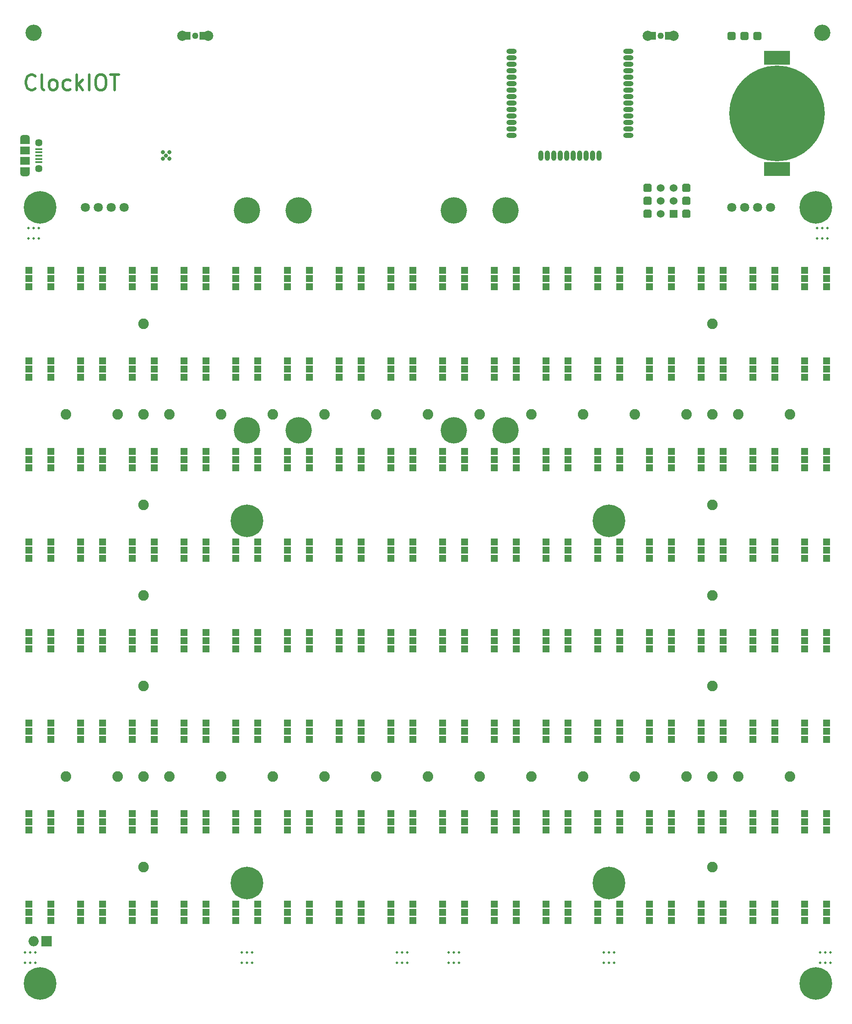
<source format=gts>
G04 #@! TF.GenerationSoftware,KiCad,Pcbnew,5.0.0-rc2-unknown-d03e92a~65~ubuntu16.04.1*
G04 #@! TF.CreationDate,2018-06-02T21:30:31+05:30*
G04 #@! TF.ProjectId,ClockIOT,436C6F636B494F542E6B696361645F70,rev 1*
G04 #@! TF.SameCoordinates,PX2fd7508PY2fd7508*
G04 #@! TF.FileFunction,Soldermask,Top*
G04 #@! TF.FilePolarity,Negative*
%FSLAX46Y46*%
G04 Gerber Fmt 4.6, Leading zero omitted, Abs format (unit mm)*
G04 Created by KiCad (PCBNEW 5.0.0-rc2-unknown-d03e92a~65~ubuntu16.04.1) date Sat Jun  2 21:30:31 2018*
%MOMM*%
%LPD*%
G01*
G04 APERTURE LIST*
%ADD10C,0.500000*%
%ADD11C,18.796000*%
%ADD12R,5.080000X2.794000*%
%ADD13C,2.000000*%
%ADD14R,1.300480X1.498600*%
%ADD15C,1.270000*%
%ADD16R,1.900000X1.500000*%
%ADD17C,1.450000*%
%ADD18R,1.350000X0.400000*%
%ADD19O,1.900000X1.200000*%
%ADD20R,1.900000X1.200000*%
%ADD21C,0.800000*%
%ADD22C,6.400000*%
%ADD23C,3.200000*%
%ADD24C,0.127000*%
%ADD25C,1.600000*%
%ADD26C,5.200000*%
%ADD27C,1.524000*%
%ADD28R,1.524000X1.524000*%
%ADD29C,1.800000*%
%ADD30O,1.000000X2.000000*%
%ADD31O,2.000000X1.000000*%
%ADD32C,0.508000*%
%ADD33R,2.000000X2.000000*%
%ADD34O,2.000000X2.000000*%
%ADD35R,1.400000X1.400000*%
%ADD36C,2.082800*%
G04 APERTURE END LIST*
D10*
X4192142Y-14156428D02*
X4049285Y-14299285D01*
X3620714Y-14442142D01*
X3335000Y-14442142D01*
X2906428Y-14299285D01*
X2620714Y-14013571D01*
X2477857Y-13727857D01*
X2335000Y-13156428D01*
X2335000Y-12727857D01*
X2477857Y-12156428D01*
X2620714Y-11870714D01*
X2906428Y-11585000D01*
X3335000Y-11442142D01*
X3620714Y-11442142D01*
X4049285Y-11585000D01*
X4192142Y-11727857D01*
X5906428Y-14442142D02*
X5620714Y-14299285D01*
X5477857Y-14013571D01*
X5477857Y-11442142D01*
X7477857Y-14442142D02*
X7192142Y-14299285D01*
X7049285Y-14156428D01*
X6906428Y-13870714D01*
X6906428Y-13013571D01*
X7049285Y-12727857D01*
X7192142Y-12585000D01*
X7477857Y-12442142D01*
X7906428Y-12442142D01*
X8192142Y-12585000D01*
X8335000Y-12727857D01*
X8477857Y-13013571D01*
X8477857Y-13870714D01*
X8335000Y-14156428D01*
X8192142Y-14299285D01*
X7906428Y-14442142D01*
X7477857Y-14442142D01*
X11049285Y-14299285D02*
X10763571Y-14442142D01*
X10192142Y-14442142D01*
X9906428Y-14299285D01*
X9763571Y-14156428D01*
X9620714Y-13870714D01*
X9620714Y-13013571D01*
X9763571Y-12727857D01*
X9906428Y-12585000D01*
X10192142Y-12442142D01*
X10763571Y-12442142D01*
X11049285Y-12585000D01*
X12335000Y-14442142D02*
X12335000Y-11442142D01*
X12620714Y-13299285D02*
X13477857Y-14442142D01*
X13477857Y-12442142D02*
X12335000Y-13585000D01*
X14763571Y-14442142D02*
X14763571Y-11442142D01*
X16763571Y-11442142D02*
X17335000Y-11442142D01*
X17620714Y-11585000D01*
X17906428Y-11870714D01*
X18049285Y-12442142D01*
X18049285Y-13442142D01*
X17906428Y-14013571D01*
X17620714Y-14299285D01*
X17335000Y-14442142D01*
X16763571Y-14442142D01*
X16477857Y-14299285D01*
X16192142Y-14013571D01*
X16049285Y-13442142D01*
X16049285Y-12442142D01*
X16192142Y-11870714D01*
X16477857Y-11585000D01*
X16763571Y-11442142D01*
X18906428Y-11442142D02*
X20620714Y-11442142D01*
X19763571Y-14442142D02*
X19763571Y-11442142D01*
D11*
G04 #@! TO.C,BT1*
X149860000Y-19050000D03*
D12*
X149860000Y-29972000D03*
X149860000Y-8128000D03*
G04 #@! TD*
D13*
G04 #@! TO.C,LDR1*
X33020000Y-3810000D03*
X38100000Y-3810000D03*
D14*
X37060000Y-3810000D03*
X34060000Y-3810000D03*
D15*
X35560000Y-3810000D03*
G04 #@! TD*
D13*
G04 #@! TO.C,LDR2*
X129540000Y-3810000D03*
X124460000Y-3810000D03*
D14*
X125500000Y-3810000D03*
X128500000Y-3810000D03*
D15*
X127000000Y-3810000D03*
G04 #@! TD*
D16*
G04 #@! TO.C,P1*
X2185000Y-28335000D03*
D17*
X4885000Y-24835000D03*
D18*
X4885000Y-26685000D03*
X4885000Y-26035000D03*
X4885000Y-28635000D03*
X4885000Y-27985000D03*
X4885000Y-27335000D03*
D17*
X4885000Y-29835000D03*
D16*
X2185000Y-26335000D03*
D19*
X2185000Y-23835000D03*
X2185000Y-30835000D03*
D20*
X2185000Y-30235000D03*
X2185000Y-24435000D03*
G04 #@! TD*
D21*
G04 #@! TO.C,HB47*
X6777056Y-35767944D03*
X5080000Y-35065000D03*
X3382944Y-35767944D03*
X2680000Y-37465000D03*
X3382944Y-39162056D03*
X5080000Y-39865000D03*
X6777056Y-39162056D03*
X7480000Y-37465000D03*
D22*
X5080000Y-37465000D03*
G04 #@! TD*
D21*
G04 #@! TO.C,U132*
X29845000Y-27305000D03*
X29210000Y-26670000D03*
X30480000Y-26670000D03*
X30480000Y-27940000D03*
X29210000Y-27940000D03*
G04 #@! TD*
D23*
G04 #@! TO.C,HB45*
X3810000Y-3175000D03*
G04 #@! TD*
G04 #@! TO.C,HB46*
X158750000Y-3175000D03*
G04 #@! TD*
D24*
G04 #@! TO.C,TP1*
G36*
X141409207Y-3011926D02*
X141448036Y-3017686D01*
X141486114Y-3027224D01*
X141523073Y-3040448D01*
X141558559Y-3057231D01*
X141592228Y-3077412D01*
X141623757Y-3100796D01*
X141652843Y-3127157D01*
X141679204Y-3156243D01*
X141702588Y-3187772D01*
X141722769Y-3221441D01*
X141739552Y-3256927D01*
X141752776Y-3293886D01*
X141762314Y-3331964D01*
X141768074Y-3370793D01*
X141770000Y-3410000D01*
X141770000Y-4210000D01*
X141768074Y-4249207D01*
X141762314Y-4288036D01*
X141752776Y-4326114D01*
X141739552Y-4363073D01*
X141722769Y-4398559D01*
X141702588Y-4432228D01*
X141679204Y-4463757D01*
X141652843Y-4492843D01*
X141623757Y-4519204D01*
X141592228Y-4542588D01*
X141558559Y-4562769D01*
X141523073Y-4579552D01*
X141486114Y-4592776D01*
X141448036Y-4602314D01*
X141409207Y-4608074D01*
X141370000Y-4610000D01*
X140570000Y-4610000D01*
X140530793Y-4608074D01*
X140491964Y-4602314D01*
X140453886Y-4592776D01*
X140416927Y-4579552D01*
X140381441Y-4562769D01*
X140347772Y-4542588D01*
X140316243Y-4519204D01*
X140287157Y-4492843D01*
X140260796Y-4463757D01*
X140237412Y-4432228D01*
X140217231Y-4398559D01*
X140200448Y-4363073D01*
X140187224Y-4326114D01*
X140177686Y-4288036D01*
X140171926Y-4249207D01*
X140170000Y-4210000D01*
X140170000Y-3410000D01*
X140171926Y-3370793D01*
X140177686Y-3331964D01*
X140187224Y-3293886D01*
X140200448Y-3256927D01*
X140217231Y-3221441D01*
X140237412Y-3187772D01*
X140260796Y-3156243D01*
X140287157Y-3127157D01*
X140316243Y-3100796D01*
X140347772Y-3077412D01*
X140381441Y-3057231D01*
X140416927Y-3040448D01*
X140453886Y-3027224D01*
X140491964Y-3017686D01*
X140530793Y-3011926D01*
X140570000Y-3010000D01*
X141370000Y-3010000D01*
X141409207Y-3011926D01*
X141409207Y-3011926D01*
G37*
D25*
X140970000Y-3810000D03*
G04 #@! TD*
D21*
G04 #@! TO.C,HB48*
X159177056Y-35767944D03*
X157480000Y-35065000D03*
X155782944Y-35767944D03*
X155080000Y-37465000D03*
X155782944Y-39162056D03*
X157480000Y-39865000D03*
X159177056Y-39162056D03*
X159880000Y-37465000D03*
D22*
X157480000Y-37465000D03*
G04 #@! TD*
D26*
G04 #@! TO.C,J8*
X86360000Y-38100000D03*
G04 #@! TD*
G04 #@! TO.C,J7*
X96520000Y-38100000D03*
G04 #@! TD*
D24*
G04 #@! TO.C,J23*
G36*
X132519207Y-37936926D02*
X132558036Y-37942686D01*
X132596114Y-37952224D01*
X132633073Y-37965448D01*
X132668559Y-37982231D01*
X132702228Y-38002412D01*
X132733757Y-38025796D01*
X132762843Y-38052157D01*
X132789204Y-38081243D01*
X132812588Y-38112772D01*
X132832769Y-38146441D01*
X132849552Y-38181927D01*
X132862776Y-38218886D01*
X132872314Y-38256964D01*
X132878074Y-38295793D01*
X132880000Y-38335000D01*
X132880000Y-39135000D01*
X132878074Y-39174207D01*
X132872314Y-39213036D01*
X132862776Y-39251114D01*
X132849552Y-39288073D01*
X132832769Y-39323559D01*
X132812588Y-39357228D01*
X132789204Y-39388757D01*
X132762843Y-39417843D01*
X132733757Y-39444204D01*
X132702228Y-39467588D01*
X132668559Y-39487769D01*
X132633073Y-39504552D01*
X132596114Y-39517776D01*
X132558036Y-39527314D01*
X132519207Y-39533074D01*
X132480000Y-39535000D01*
X131680000Y-39535000D01*
X131640793Y-39533074D01*
X131601964Y-39527314D01*
X131563886Y-39517776D01*
X131526927Y-39504552D01*
X131491441Y-39487769D01*
X131457772Y-39467588D01*
X131426243Y-39444204D01*
X131397157Y-39417843D01*
X131370796Y-39388757D01*
X131347412Y-39357228D01*
X131327231Y-39323559D01*
X131310448Y-39288073D01*
X131297224Y-39251114D01*
X131287686Y-39213036D01*
X131281926Y-39174207D01*
X131280000Y-39135000D01*
X131280000Y-38335000D01*
X131281926Y-38295793D01*
X131287686Y-38256964D01*
X131297224Y-38218886D01*
X131310448Y-38181927D01*
X131327231Y-38146441D01*
X131347412Y-38112772D01*
X131370796Y-38081243D01*
X131397157Y-38052157D01*
X131426243Y-38025796D01*
X131457772Y-38002412D01*
X131491441Y-37982231D01*
X131526927Y-37965448D01*
X131563886Y-37952224D01*
X131601964Y-37942686D01*
X131640793Y-37936926D01*
X131680000Y-37935000D01*
X132480000Y-37935000D01*
X132519207Y-37936926D01*
X132519207Y-37936926D01*
G37*
D25*
X132080000Y-38735000D03*
G04 #@! TD*
D24*
G04 #@! TO.C,J22*
G36*
X124899207Y-37936926D02*
X124938036Y-37942686D01*
X124976114Y-37952224D01*
X125013073Y-37965448D01*
X125048559Y-37982231D01*
X125082228Y-38002412D01*
X125113757Y-38025796D01*
X125142843Y-38052157D01*
X125169204Y-38081243D01*
X125192588Y-38112772D01*
X125212769Y-38146441D01*
X125229552Y-38181927D01*
X125242776Y-38218886D01*
X125252314Y-38256964D01*
X125258074Y-38295793D01*
X125260000Y-38335000D01*
X125260000Y-39135000D01*
X125258074Y-39174207D01*
X125252314Y-39213036D01*
X125242776Y-39251114D01*
X125229552Y-39288073D01*
X125212769Y-39323559D01*
X125192588Y-39357228D01*
X125169204Y-39388757D01*
X125142843Y-39417843D01*
X125113757Y-39444204D01*
X125082228Y-39467588D01*
X125048559Y-39487769D01*
X125013073Y-39504552D01*
X124976114Y-39517776D01*
X124938036Y-39527314D01*
X124899207Y-39533074D01*
X124860000Y-39535000D01*
X124060000Y-39535000D01*
X124020793Y-39533074D01*
X123981964Y-39527314D01*
X123943886Y-39517776D01*
X123906927Y-39504552D01*
X123871441Y-39487769D01*
X123837772Y-39467588D01*
X123806243Y-39444204D01*
X123777157Y-39417843D01*
X123750796Y-39388757D01*
X123727412Y-39357228D01*
X123707231Y-39323559D01*
X123690448Y-39288073D01*
X123677224Y-39251114D01*
X123667686Y-39213036D01*
X123661926Y-39174207D01*
X123660000Y-39135000D01*
X123660000Y-38335000D01*
X123661926Y-38295793D01*
X123667686Y-38256964D01*
X123677224Y-38218886D01*
X123690448Y-38181927D01*
X123707231Y-38146441D01*
X123727412Y-38112772D01*
X123750796Y-38081243D01*
X123777157Y-38052157D01*
X123806243Y-38025796D01*
X123837772Y-38002412D01*
X123871441Y-37982231D01*
X123906927Y-37965448D01*
X123943886Y-37952224D01*
X123981964Y-37942686D01*
X124020793Y-37936926D01*
X124060000Y-37935000D01*
X124860000Y-37935000D01*
X124899207Y-37936926D01*
X124899207Y-37936926D01*
G37*
D25*
X124460000Y-38735000D03*
G04 #@! TD*
D24*
G04 #@! TO.C,J21*
G36*
X132519207Y-35396926D02*
X132558036Y-35402686D01*
X132596114Y-35412224D01*
X132633073Y-35425448D01*
X132668559Y-35442231D01*
X132702228Y-35462412D01*
X132733757Y-35485796D01*
X132762843Y-35512157D01*
X132789204Y-35541243D01*
X132812588Y-35572772D01*
X132832769Y-35606441D01*
X132849552Y-35641927D01*
X132862776Y-35678886D01*
X132872314Y-35716964D01*
X132878074Y-35755793D01*
X132880000Y-35795000D01*
X132880000Y-36595000D01*
X132878074Y-36634207D01*
X132872314Y-36673036D01*
X132862776Y-36711114D01*
X132849552Y-36748073D01*
X132832769Y-36783559D01*
X132812588Y-36817228D01*
X132789204Y-36848757D01*
X132762843Y-36877843D01*
X132733757Y-36904204D01*
X132702228Y-36927588D01*
X132668559Y-36947769D01*
X132633073Y-36964552D01*
X132596114Y-36977776D01*
X132558036Y-36987314D01*
X132519207Y-36993074D01*
X132480000Y-36995000D01*
X131680000Y-36995000D01*
X131640793Y-36993074D01*
X131601964Y-36987314D01*
X131563886Y-36977776D01*
X131526927Y-36964552D01*
X131491441Y-36947769D01*
X131457772Y-36927588D01*
X131426243Y-36904204D01*
X131397157Y-36877843D01*
X131370796Y-36848757D01*
X131347412Y-36817228D01*
X131327231Y-36783559D01*
X131310448Y-36748073D01*
X131297224Y-36711114D01*
X131287686Y-36673036D01*
X131281926Y-36634207D01*
X131280000Y-36595000D01*
X131280000Y-35795000D01*
X131281926Y-35755793D01*
X131287686Y-35716964D01*
X131297224Y-35678886D01*
X131310448Y-35641927D01*
X131327231Y-35606441D01*
X131347412Y-35572772D01*
X131370796Y-35541243D01*
X131397157Y-35512157D01*
X131426243Y-35485796D01*
X131457772Y-35462412D01*
X131491441Y-35442231D01*
X131526927Y-35425448D01*
X131563886Y-35412224D01*
X131601964Y-35402686D01*
X131640793Y-35396926D01*
X131680000Y-35395000D01*
X132480000Y-35395000D01*
X132519207Y-35396926D01*
X132519207Y-35396926D01*
G37*
D25*
X132080000Y-36195000D03*
G04 #@! TD*
D27*
G04 #@! TO.C,J20*
X129540000Y-33655000D03*
X127000000Y-33655000D03*
X129540000Y-36195000D03*
X127000000Y-36195000D03*
D28*
X129540000Y-38735000D03*
D27*
X127000000Y-38735000D03*
G04 #@! TD*
D24*
G04 #@! TO.C,J19*
G36*
X124899207Y-35396926D02*
X124938036Y-35402686D01*
X124976114Y-35412224D01*
X125013073Y-35425448D01*
X125048559Y-35442231D01*
X125082228Y-35462412D01*
X125113757Y-35485796D01*
X125142843Y-35512157D01*
X125169204Y-35541243D01*
X125192588Y-35572772D01*
X125212769Y-35606441D01*
X125229552Y-35641927D01*
X125242776Y-35678886D01*
X125252314Y-35716964D01*
X125258074Y-35755793D01*
X125260000Y-35795000D01*
X125260000Y-36595000D01*
X125258074Y-36634207D01*
X125252314Y-36673036D01*
X125242776Y-36711114D01*
X125229552Y-36748073D01*
X125212769Y-36783559D01*
X125192588Y-36817228D01*
X125169204Y-36848757D01*
X125142843Y-36877843D01*
X125113757Y-36904204D01*
X125082228Y-36927588D01*
X125048559Y-36947769D01*
X125013073Y-36964552D01*
X124976114Y-36977776D01*
X124938036Y-36987314D01*
X124899207Y-36993074D01*
X124860000Y-36995000D01*
X124060000Y-36995000D01*
X124020793Y-36993074D01*
X123981964Y-36987314D01*
X123943886Y-36977776D01*
X123906927Y-36964552D01*
X123871441Y-36947769D01*
X123837772Y-36927588D01*
X123806243Y-36904204D01*
X123777157Y-36877843D01*
X123750796Y-36848757D01*
X123727412Y-36817228D01*
X123707231Y-36783559D01*
X123690448Y-36748073D01*
X123677224Y-36711114D01*
X123667686Y-36673036D01*
X123661926Y-36634207D01*
X123660000Y-36595000D01*
X123660000Y-35795000D01*
X123661926Y-35755793D01*
X123667686Y-35716964D01*
X123677224Y-35678886D01*
X123690448Y-35641927D01*
X123707231Y-35606441D01*
X123727412Y-35572772D01*
X123750796Y-35541243D01*
X123777157Y-35512157D01*
X123806243Y-35485796D01*
X123837772Y-35462412D01*
X123871441Y-35442231D01*
X123906927Y-35425448D01*
X123943886Y-35412224D01*
X123981964Y-35402686D01*
X124020793Y-35396926D01*
X124060000Y-35395000D01*
X124860000Y-35395000D01*
X124899207Y-35396926D01*
X124899207Y-35396926D01*
G37*
D25*
X124460000Y-36195000D03*
G04 #@! TD*
D24*
G04 #@! TO.C,J18*
G36*
X132519207Y-32856926D02*
X132558036Y-32862686D01*
X132596114Y-32872224D01*
X132633073Y-32885448D01*
X132668559Y-32902231D01*
X132702228Y-32922412D01*
X132733757Y-32945796D01*
X132762843Y-32972157D01*
X132789204Y-33001243D01*
X132812588Y-33032772D01*
X132832769Y-33066441D01*
X132849552Y-33101927D01*
X132862776Y-33138886D01*
X132872314Y-33176964D01*
X132878074Y-33215793D01*
X132880000Y-33255000D01*
X132880000Y-34055000D01*
X132878074Y-34094207D01*
X132872314Y-34133036D01*
X132862776Y-34171114D01*
X132849552Y-34208073D01*
X132832769Y-34243559D01*
X132812588Y-34277228D01*
X132789204Y-34308757D01*
X132762843Y-34337843D01*
X132733757Y-34364204D01*
X132702228Y-34387588D01*
X132668559Y-34407769D01*
X132633073Y-34424552D01*
X132596114Y-34437776D01*
X132558036Y-34447314D01*
X132519207Y-34453074D01*
X132480000Y-34455000D01*
X131680000Y-34455000D01*
X131640793Y-34453074D01*
X131601964Y-34447314D01*
X131563886Y-34437776D01*
X131526927Y-34424552D01*
X131491441Y-34407769D01*
X131457772Y-34387588D01*
X131426243Y-34364204D01*
X131397157Y-34337843D01*
X131370796Y-34308757D01*
X131347412Y-34277228D01*
X131327231Y-34243559D01*
X131310448Y-34208073D01*
X131297224Y-34171114D01*
X131287686Y-34133036D01*
X131281926Y-34094207D01*
X131280000Y-34055000D01*
X131280000Y-33255000D01*
X131281926Y-33215793D01*
X131287686Y-33176964D01*
X131297224Y-33138886D01*
X131310448Y-33101927D01*
X131327231Y-33066441D01*
X131347412Y-33032772D01*
X131370796Y-33001243D01*
X131397157Y-32972157D01*
X131426243Y-32945796D01*
X131457772Y-32922412D01*
X131491441Y-32902231D01*
X131526927Y-32885448D01*
X131563886Y-32872224D01*
X131601964Y-32862686D01*
X131640793Y-32856926D01*
X131680000Y-32855000D01*
X132480000Y-32855000D01*
X132519207Y-32856926D01*
X132519207Y-32856926D01*
G37*
D25*
X132080000Y-33655000D03*
G04 #@! TD*
D24*
G04 #@! TO.C,J17*
G36*
X124899207Y-32856926D02*
X124938036Y-32862686D01*
X124976114Y-32872224D01*
X125013073Y-32885448D01*
X125048559Y-32902231D01*
X125082228Y-32922412D01*
X125113757Y-32945796D01*
X125142843Y-32972157D01*
X125169204Y-33001243D01*
X125192588Y-33032772D01*
X125212769Y-33066441D01*
X125229552Y-33101927D01*
X125242776Y-33138886D01*
X125252314Y-33176964D01*
X125258074Y-33215793D01*
X125260000Y-33255000D01*
X125260000Y-34055000D01*
X125258074Y-34094207D01*
X125252314Y-34133036D01*
X125242776Y-34171114D01*
X125229552Y-34208073D01*
X125212769Y-34243559D01*
X125192588Y-34277228D01*
X125169204Y-34308757D01*
X125142843Y-34337843D01*
X125113757Y-34364204D01*
X125082228Y-34387588D01*
X125048559Y-34407769D01*
X125013073Y-34424552D01*
X124976114Y-34437776D01*
X124938036Y-34447314D01*
X124899207Y-34453074D01*
X124860000Y-34455000D01*
X124060000Y-34455000D01*
X124020793Y-34453074D01*
X123981964Y-34447314D01*
X123943886Y-34437776D01*
X123906927Y-34424552D01*
X123871441Y-34407769D01*
X123837772Y-34387588D01*
X123806243Y-34364204D01*
X123777157Y-34337843D01*
X123750796Y-34308757D01*
X123727412Y-34277228D01*
X123707231Y-34243559D01*
X123690448Y-34208073D01*
X123677224Y-34171114D01*
X123667686Y-34133036D01*
X123661926Y-34094207D01*
X123660000Y-34055000D01*
X123660000Y-33255000D01*
X123661926Y-33215793D01*
X123667686Y-33176964D01*
X123677224Y-33138886D01*
X123690448Y-33101927D01*
X123707231Y-33066441D01*
X123727412Y-33032772D01*
X123750796Y-33001243D01*
X123777157Y-32972157D01*
X123806243Y-32945796D01*
X123837772Y-32922412D01*
X123871441Y-32902231D01*
X123906927Y-32885448D01*
X123943886Y-32872224D01*
X123981964Y-32862686D01*
X124020793Y-32856926D01*
X124060000Y-32855000D01*
X124860000Y-32855000D01*
X124899207Y-32856926D01*
X124899207Y-32856926D01*
G37*
D25*
X124460000Y-33655000D03*
G04 #@! TD*
D24*
G04 #@! TO.C,TP3*
G36*
X146489207Y-3011926D02*
X146528036Y-3017686D01*
X146566114Y-3027224D01*
X146603073Y-3040448D01*
X146638559Y-3057231D01*
X146672228Y-3077412D01*
X146703757Y-3100796D01*
X146732843Y-3127157D01*
X146759204Y-3156243D01*
X146782588Y-3187772D01*
X146802769Y-3221441D01*
X146819552Y-3256927D01*
X146832776Y-3293886D01*
X146842314Y-3331964D01*
X146848074Y-3370793D01*
X146850000Y-3410000D01*
X146850000Y-4210000D01*
X146848074Y-4249207D01*
X146842314Y-4288036D01*
X146832776Y-4326114D01*
X146819552Y-4363073D01*
X146802769Y-4398559D01*
X146782588Y-4432228D01*
X146759204Y-4463757D01*
X146732843Y-4492843D01*
X146703757Y-4519204D01*
X146672228Y-4542588D01*
X146638559Y-4562769D01*
X146603073Y-4579552D01*
X146566114Y-4592776D01*
X146528036Y-4602314D01*
X146489207Y-4608074D01*
X146450000Y-4610000D01*
X145650000Y-4610000D01*
X145610793Y-4608074D01*
X145571964Y-4602314D01*
X145533886Y-4592776D01*
X145496927Y-4579552D01*
X145461441Y-4562769D01*
X145427772Y-4542588D01*
X145396243Y-4519204D01*
X145367157Y-4492843D01*
X145340796Y-4463757D01*
X145317412Y-4432228D01*
X145297231Y-4398559D01*
X145280448Y-4363073D01*
X145267224Y-4326114D01*
X145257686Y-4288036D01*
X145251926Y-4249207D01*
X145250000Y-4210000D01*
X145250000Y-3410000D01*
X145251926Y-3370793D01*
X145257686Y-3331964D01*
X145267224Y-3293886D01*
X145280448Y-3256927D01*
X145297231Y-3221441D01*
X145317412Y-3187772D01*
X145340796Y-3156243D01*
X145367157Y-3127157D01*
X145396243Y-3100796D01*
X145427772Y-3077412D01*
X145461441Y-3057231D01*
X145496927Y-3040448D01*
X145533886Y-3027224D01*
X145571964Y-3017686D01*
X145610793Y-3011926D01*
X145650000Y-3010000D01*
X146450000Y-3010000D01*
X146489207Y-3011926D01*
X146489207Y-3011926D01*
G37*
D25*
X146050000Y-3810000D03*
G04 #@! TD*
D24*
G04 #@! TO.C,TP2*
G36*
X143949207Y-3011926D02*
X143988036Y-3017686D01*
X144026114Y-3027224D01*
X144063073Y-3040448D01*
X144098559Y-3057231D01*
X144132228Y-3077412D01*
X144163757Y-3100796D01*
X144192843Y-3127157D01*
X144219204Y-3156243D01*
X144242588Y-3187772D01*
X144262769Y-3221441D01*
X144279552Y-3256927D01*
X144292776Y-3293886D01*
X144302314Y-3331964D01*
X144308074Y-3370793D01*
X144310000Y-3410000D01*
X144310000Y-4210000D01*
X144308074Y-4249207D01*
X144302314Y-4288036D01*
X144292776Y-4326114D01*
X144279552Y-4363073D01*
X144262769Y-4398559D01*
X144242588Y-4432228D01*
X144219204Y-4463757D01*
X144192843Y-4492843D01*
X144163757Y-4519204D01*
X144132228Y-4542588D01*
X144098559Y-4562769D01*
X144063073Y-4579552D01*
X144026114Y-4592776D01*
X143988036Y-4602314D01*
X143949207Y-4608074D01*
X143910000Y-4610000D01*
X143110000Y-4610000D01*
X143070793Y-4608074D01*
X143031964Y-4602314D01*
X142993886Y-4592776D01*
X142956927Y-4579552D01*
X142921441Y-4562769D01*
X142887772Y-4542588D01*
X142856243Y-4519204D01*
X142827157Y-4492843D01*
X142800796Y-4463757D01*
X142777412Y-4432228D01*
X142757231Y-4398559D01*
X142740448Y-4363073D01*
X142727224Y-4326114D01*
X142717686Y-4288036D01*
X142711926Y-4249207D01*
X142710000Y-4210000D01*
X142710000Y-3410000D01*
X142711926Y-3370793D01*
X142717686Y-3331964D01*
X142727224Y-3293886D01*
X142740448Y-3256927D01*
X142757231Y-3221441D01*
X142777412Y-3187772D01*
X142800796Y-3156243D01*
X142827157Y-3127157D01*
X142856243Y-3100796D01*
X142887772Y-3077412D01*
X142921441Y-3057231D01*
X142956927Y-3040448D01*
X142993886Y-3027224D01*
X143031964Y-3017686D01*
X143070793Y-3011926D01*
X143110000Y-3010000D01*
X143910000Y-3010000D01*
X143949207Y-3011926D01*
X143949207Y-3011926D01*
G37*
D25*
X143510000Y-3810000D03*
G04 #@! TD*
D29*
G04 #@! TO.C,J25*
X13970000Y-37465000D03*
X16510000Y-37465000D03*
X19050000Y-37465000D03*
X21590000Y-37465000D03*
G04 #@! TD*
G04 #@! TO.C,J24*
X140970000Y-37465000D03*
X143510000Y-37465000D03*
X146050000Y-37465000D03*
X148590000Y-37465000D03*
G04 #@! TD*
D26*
G04 #@! TO.C,J2*
X55880000Y-38100000D03*
G04 #@! TD*
G04 #@! TO.C,J1*
X45720000Y-38100000D03*
G04 #@! TD*
D30*
G04 #@! TO.C,U129*
X108585000Y-27315000D03*
X103505000Y-27315000D03*
X104775000Y-27315000D03*
X106045000Y-27315000D03*
X107315000Y-27315000D03*
X109855000Y-27315000D03*
X111125000Y-27315000D03*
X112395000Y-27315000D03*
X113665000Y-27315000D03*
X114935000Y-27315000D03*
D31*
X97720000Y-9355000D03*
X97720000Y-20785000D03*
X97720000Y-11895000D03*
X97720000Y-14435000D03*
X97720000Y-15705000D03*
X97720000Y-22055000D03*
X97720000Y-23325000D03*
X97720000Y-13165000D03*
X97720000Y-19515000D03*
X97720000Y-6815000D03*
X97720000Y-10625000D03*
X97720000Y-18245000D03*
X97720000Y-16975000D03*
X97720000Y-8085000D03*
X120720000Y-23325000D03*
X120720000Y-22055000D03*
X120720000Y-20785000D03*
X120720000Y-19515000D03*
X120720000Y-18245000D03*
X120720000Y-16975000D03*
X120720000Y-15705000D03*
X120720000Y-14435000D03*
X120720000Y-13165000D03*
X120720000Y-11895000D03*
X120720000Y-10625000D03*
X120720000Y-9355000D03*
X120720000Y-8085000D03*
X120720000Y-6815000D03*
G04 #@! TD*
D22*
G04 #@! TO.C,HB49*
X5080000Y-189865000D03*
D21*
X7480000Y-189865000D03*
X6777056Y-191562056D03*
X5080000Y-192265000D03*
X3382944Y-191562056D03*
X2680000Y-189865000D03*
X3382944Y-188167944D03*
X5080000Y-187465000D03*
X6777056Y-188167944D03*
G04 #@! TD*
D22*
G04 #@! TO.C,HB50*
X157480000Y-189865000D03*
D21*
X159880000Y-189865000D03*
X159177056Y-191562056D03*
X157480000Y-192265000D03*
X155782944Y-191562056D03*
X155080000Y-189865000D03*
X155782944Y-188167944D03*
X157480000Y-187465000D03*
X159177056Y-188167944D03*
G04 #@! TD*
D22*
G04 #@! TO.C,HB51*
X45720000Y-99060000D03*
D21*
X48120000Y-99060000D03*
X47417056Y-100757056D03*
X45720000Y-101460000D03*
X44022944Y-100757056D03*
X43320000Y-99060000D03*
X44022944Y-97362944D03*
X45720000Y-96660000D03*
X47417056Y-97362944D03*
G04 #@! TD*
D22*
G04 #@! TO.C,HB52*
X116840000Y-99060000D03*
D21*
X119240000Y-99060000D03*
X118537056Y-100757056D03*
X116840000Y-101460000D03*
X115142944Y-100757056D03*
X114440000Y-99060000D03*
X115142944Y-97362944D03*
X116840000Y-96660000D03*
X118537056Y-97362944D03*
G04 #@! TD*
D22*
G04 #@! TO.C,HB53*
X116840000Y-170180000D03*
D21*
X119240000Y-170180000D03*
X118537056Y-171877056D03*
X116840000Y-172580000D03*
X115142944Y-171877056D03*
X114440000Y-170180000D03*
X115142944Y-168482944D03*
X116840000Y-167780000D03*
X118537056Y-168482944D03*
G04 #@! TD*
D22*
G04 #@! TO.C,HB54*
X45720000Y-170180000D03*
D21*
X48120000Y-170180000D03*
X47417056Y-171877056D03*
X45720000Y-172580000D03*
X44022944Y-171877056D03*
X43320000Y-170180000D03*
X44022944Y-168482944D03*
X45720000Y-167780000D03*
X47417056Y-168482944D03*
G04 #@! TD*
D26*
G04 #@! TO.C,J9*
X45720000Y-81280000D03*
G04 #@! TD*
G04 #@! TO.C,J10*
X55880000Y-81280000D03*
G04 #@! TD*
G04 #@! TO.C,J15*
X96520000Y-81280000D03*
G04 #@! TD*
G04 #@! TO.C,J16*
X86360000Y-81280000D03*
G04 #@! TD*
D32*
G04 #@! TO.C,BITE1*
X3810000Y-41529000D03*
X3810000Y-43561000D03*
X4826000Y-41529000D03*
X2794000Y-41529000D03*
X2794000Y-43561000D03*
X4826000Y-43561000D03*
G04 #@! TD*
G04 #@! TO.C,BITE2*
X158750000Y-41529000D03*
X158750000Y-43561000D03*
X159766000Y-41529000D03*
X157734000Y-41529000D03*
X157734000Y-43561000D03*
X159766000Y-43561000D03*
G04 #@! TD*
G04 #@! TO.C,BITE3*
X3175000Y-183769000D03*
X3175000Y-185801000D03*
X4191000Y-183769000D03*
X2159000Y-183769000D03*
X2159000Y-185801000D03*
X4191000Y-185801000D03*
G04 #@! TD*
G04 #@! TO.C,BITE4*
X45720000Y-183769000D03*
X45720000Y-185801000D03*
X46736000Y-183769000D03*
X44704000Y-183769000D03*
X44704000Y-185801000D03*
X46736000Y-185801000D03*
G04 #@! TD*
G04 #@! TO.C,BITE5*
X76200000Y-183769000D03*
X76200000Y-185801000D03*
X77216000Y-183769000D03*
X75184000Y-183769000D03*
X75184000Y-185801000D03*
X77216000Y-185801000D03*
G04 #@! TD*
G04 #@! TO.C,BITE6*
X86360000Y-183769000D03*
X86360000Y-185801000D03*
X87376000Y-183769000D03*
X85344000Y-183769000D03*
X85344000Y-185801000D03*
X87376000Y-185801000D03*
G04 #@! TD*
G04 #@! TO.C,BITE7*
X116840000Y-183769000D03*
X116840000Y-185801000D03*
X117856000Y-183769000D03*
X115824000Y-183769000D03*
X115824000Y-185801000D03*
X117856000Y-185801000D03*
G04 #@! TD*
G04 #@! TO.C,BITE8*
X159385000Y-183769000D03*
X159385000Y-185801000D03*
X160401000Y-183769000D03*
X158369000Y-183769000D03*
X158369000Y-185801000D03*
X160401000Y-185801000D03*
G04 #@! TD*
D33*
G04 #@! TO.C,P2*
X6350000Y-181610000D03*
D34*
X3810000Y-181610000D03*
G04 #@! TD*
D35*
G04 #@! TO.C,U127*
X13040000Y-177495000D03*
X17440000Y-177495000D03*
X17440000Y-175895000D03*
X13040000Y-175895000D03*
X13040000Y-174295000D03*
X17440000Y-174295000D03*
G04 #@! TD*
G04 #@! TO.C,U18*
X145120000Y-70815000D03*
X149520000Y-70815000D03*
X149520000Y-69215000D03*
X145120000Y-69215000D03*
X145120000Y-67615000D03*
X149520000Y-67615000D03*
G04 #@! TD*
G04 #@! TO.C,U1*
X7280000Y-49835000D03*
X2880000Y-49835000D03*
X2880000Y-51435000D03*
X7280000Y-51435000D03*
X7280000Y-53035000D03*
X2880000Y-53035000D03*
G04 #@! TD*
G04 #@! TO.C,U3*
X27600000Y-49835000D03*
X23200000Y-49835000D03*
X23200000Y-51435000D03*
X27600000Y-51435000D03*
X27600000Y-53035000D03*
X23200000Y-53035000D03*
G04 #@! TD*
G04 #@! TO.C,U4*
X37760000Y-49835000D03*
X33360000Y-49835000D03*
X33360000Y-51435000D03*
X37760000Y-51435000D03*
X37760000Y-53035000D03*
X33360000Y-53035000D03*
G04 #@! TD*
G04 #@! TO.C,U5*
X47920000Y-49835000D03*
X43520000Y-49835000D03*
X43520000Y-51435000D03*
X47920000Y-51435000D03*
X47920000Y-53035000D03*
X43520000Y-53035000D03*
G04 #@! TD*
G04 #@! TO.C,U6*
X58080000Y-49835000D03*
X53680000Y-49835000D03*
X53680000Y-51435000D03*
X58080000Y-51435000D03*
X58080000Y-53035000D03*
X53680000Y-53035000D03*
G04 #@! TD*
G04 #@! TO.C,U7*
X68240000Y-49835000D03*
X63840000Y-49835000D03*
X63840000Y-51435000D03*
X68240000Y-51435000D03*
X68240000Y-53035000D03*
X63840000Y-53035000D03*
G04 #@! TD*
G04 #@! TO.C,U8*
X78400000Y-49835000D03*
X74000000Y-49835000D03*
X74000000Y-51435000D03*
X78400000Y-51435000D03*
X78400000Y-53035000D03*
X74000000Y-53035000D03*
G04 #@! TD*
G04 #@! TO.C,U9*
X88560000Y-49835000D03*
X84160000Y-49835000D03*
X84160000Y-51435000D03*
X88560000Y-51435000D03*
X88560000Y-53035000D03*
X84160000Y-53035000D03*
G04 #@! TD*
G04 #@! TO.C,U10*
X98720000Y-49835000D03*
X94320000Y-49835000D03*
X94320000Y-51435000D03*
X98720000Y-51435000D03*
X98720000Y-53035000D03*
X94320000Y-53035000D03*
G04 #@! TD*
G04 #@! TO.C,U11*
X108880000Y-49835000D03*
X104480000Y-49835000D03*
X104480000Y-51435000D03*
X108880000Y-51435000D03*
X108880000Y-53035000D03*
X104480000Y-53035000D03*
G04 #@! TD*
G04 #@! TO.C,U12*
X119040000Y-49835000D03*
X114640000Y-49835000D03*
X114640000Y-51435000D03*
X119040000Y-51435000D03*
X119040000Y-53035000D03*
X114640000Y-53035000D03*
G04 #@! TD*
G04 #@! TO.C,U13*
X129200000Y-49835000D03*
X124800000Y-49835000D03*
X124800000Y-51435000D03*
X129200000Y-51435000D03*
X129200000Y-53035000D03*
X124800000Y-53035000D03*
G04 #@! TD*
G04 #@! TO.C,U14*
X139360000Y-49835000D03*
X134960000Y-49835000D03*
X134960000Y-51435000D03*
X139360000Y-51435000D03*
X139360000Y-53035000D03*
X134960000Y-53035000D03*
G04 #@! TD*
G04 #@! TO.C,U15*
X149520000Y-49835000D03*
X145120000Y-49835000D03*
X145120000Y-51435000D03*
X149520000Y-51435000D03*
X149520000Y-53035000D03*
X145120000Y-53035000D03*
G04 #@! TD*
G04 #@! TO.C,U16*
X159680000Y-49835000D03*
X155280000Y-49835000D03*
X155280000Y-51435000D03*
X159680000Y-51435000D03*
X159680000Y-53035000D03*
X155280000Y-53035000D03*
G04 #@! TD*
G04 #@! TO.C,U17*
X155280000Y-70815000D03*
X159680000Y-70815000D03*
X159680000Y-69215000D03*
X155280000Y-69215000D03*
X155280000Y-67615000D03*
X159680000Y-67615000D03*
G04 #@! TD*
G04 #@! TO.C,U19*
X134960000Y-70815000D03*
X139360000Y-70815000D03*
X139360000Y-69215000D03*
X134960000Y-69215000D03*
X134960000Y-67615000D03*
X139360000Y-67615000D03*
G04 #@! TD*
G04 #@! TO.C,U20*
X124800000Y-70815000D03*
X129200000Y-70815000D03*
X129200000Y-69215000D03*
X124800000Y-69215000D03*
X124800000Y-67615000D03*
X129200000Y-67615000D03*
G04 #@! TD*
G04 #@! TO.C,U21*
X114640000Y-70815000D03*
X119040000Y-70815000D03*
X119040000Y-69215000D03*
X114640000Y-69215000D03*
X114640000Y-67615000D03*
X119040000Y-67615000D03*
G04 #@! TD*
G04 #@! TO.C,U22*
X104480000Y-70815000D03*
X108880000Y-70815000D03*
X108880000Y-69215000D03*
X104480000Y-69215000D03*
X104480000Y-67615000D03*
X108880000Y-67615000D03*
G04 #@! TD*
G04 #@! TO.C,U23*
X94320000Y-70815000D03*
X98720000Y-70815000D03*
X98720000Y-69215000D03*
X94320000Y-69215000D03*
X94320000Y-67615000D03*
X98720000Y-67615000D03*
G04 #@! TD*
G04 #@! TO.C,U24*
X84160000Y-70815000D03*
X88560000Y-70815000D03*
X88560000Y-69215000D03*
X84160000Y-69215000D03*
X84160000Y-67615000D03*
X88560000Y-67615000D03*
G04 #@! TD*
G04 #@! TO.C,U25*
X74000000Y-70815000D03*
X78400000Y-70815000D03*
X78400000Y-69215000D03*
X74000000Y-69215000D03*
X74000000Y-67615000D03*
X78400000Y-67615000D03*
G04 #@! TD*
G04 #@! TO.C,U26*
X63840000Y-70815000D03*
X68240000Y-70815000D03*
X68240000Y-69215000D03*
X63840000Y-69215000D03*
X63840000Y-67615000D03*
X68240000Y-67615000D03*
G04 #@! TD*
G04 #@! TO.C,U27*
X53680000Y-70815000D03*
X58080000Y-70815000D03*
X58080000Y-69215000D03*
X53680000Y-69215000D03*
X53680000Y-67615000D03*
X58080000Y-67615000D03*
G04 #@! TD*
G04 #@! TO.C,U28*
X43520000Y-70815000D03*
X47920000Y-70815000D03*
X47920000Y-69215000D03*
X43520000Y-69215000D03*
X43520000Y-67615000D03*
X47920000Y-67615000D03*
G04 #@! TD*
G04 #@! TO.C,U29*
X33360000Y-70815000D03*
X37760000Y-70815000D03*
X37760000Y-69215000D03*
X33360000Y-69215000D03*
X33360000Y-67615000D03*
X37760000Y-67615000D03*
G04 #@! TD*
G04 #@! TO.C,U30*
X23200000Y-70815000D03*
X27600000Y-70815000D03*
X27600000Y-69215000D03*
X23200000Y-69215000D03*
X23200000Y-67615000D03*
X27600000Y-67615000D03*
G04 #@! TD*
G04 #@! TO.C,U31*
X13040000Y-70815000D03*
X17440000Y-70815000D03*
X17440000Y-69215000D03*
X13040000Y-69215000D03*
X13040000Y-67615000D03*
X17440000Y-67615000D03*
G04 #@! TD*
G04 #@! TO.C,U32*
X2880000Y-70815000D03*
X7280000Y-70815000D03*
X7280000Y-69215000D03*
X2880000Y-69215000D03*
X2880000Y-67615000D03*
X7280000Y-67615000D03*
G04 #@! TD*
G04 #@! TO.C,U33*
X7280000Y-85395000D03*
X2880000Y-85395000D03*
X2880000Y-86995000D03*
X7280000Y-86995000D03*
X7280000Y-88595000D03*
X2880000Y-88595000D03*
G04 #@! TD*
G04 #@! TO.C,U34*
X17440000Y-85395000D03*
X13040000Y-85395000D03*
X13040000Y-86995000D03*
X17440000Y-86995000D03*
X17440000Y-88595000D03*
X13040000Y-88595000D03*
G04 #@! TD*
G04 #@! TO.C,U35*
X27600000Y-85395000D03*
X23200000Y-85395000D03*
X23200000Y-86995000D03*
X27600000Y-86995000D03*
X27600000Y-88595000D03*
X23200000Y-88595000D03*
G04 #@! TD*
G04 #@! TO.C,U36*
X37760000Y-85395000D03*
X33360000Y-85395000D03*
X33360000Y-86995000D03*
X37760000Y-86995000D03*
X37760000Y-88595000D03*
X33360000Y-88595000D03*
G04 #@! TD*
G04 #@! TO.C,U37*
X47920000Y-85395000D03*
X43520000Y-85395000D03*
X43520000Y-86995000D03*
X47920000Y-86995000D03*
X47920000Y-88595000D03*
X43520000Y-88595000D03*
G04 #@! TD*
G04 #@! TO.C,U38*
X58080000Y-85395000D03*
X53680000Y-85395000D03*
X53680000Y-86995000D03*
X58080000Y-86995000D03*
X58080000Y-88595000D03*
X53680000Y-88595000D03*
G04 #@! TD*
G04 #@! TO.C,U39*
X68240000Y-85395000D03*
X63840000Y-85395000D03*
X63840000Y-86995000D03*
X68240000Y-86995000D03*
X68240000Y-88595000D03*
X63840000Y-88595000D03*
G04 #@! TD*
G04 #@! TO.C,U40*
X78400000Y-85395000D03*
X74000000Y-85395000D03*
X74000000Y-86995000D03*
X78400000Y-86995000D03*
X78400000Y-88595000D03*
X74000000Y-88595000D03*
G04 #@! TD*
G04 #@! TO.C,U41*
X88560000Y-85395000D03*
X84160000Y-85395000D03*
X84160000Y-86995000D03*
X88560000Y-86995000D03*
X88560000Y-88595000D03*
X84160000Y-88595000D03*
G04 #@! TD*
G04 #@! TO.C,U42*
X98720000Y-85395000D03*
X94320000Y-85395000D03*
X94320000Y-86995000D03*
X98720000Y-86995000D03*
X98720000Y-88595000D03*
X94320000Y-88595000D03*
G04 #@! TD*
G04 #@! TO.C,U43*
X108880000Y-85395000D03*
X104480000Y-85395000D03*
X104480000Y-86995000D03*
X108880000Y-86995000D03*
X108880000Y-88595000D03*
X104480000Y-88595000D03*
G04 #@! TD*
G04 #@! TO.C,U44*
X119040000Y-85395000D03*
X114640000Y-85395000D03*
X114640000Y-86995000D03*
X119040000Y-86995000D03*
X119040000Y-88595000D03*
X114640000Y-88595000D03*
G04 #@! TD*
G04 #@! TO.C,U45*
X129200000Y-85395000D03*
X124800000Y-85395000D03*
X124800000Y-86995000D03*
X129200000Y-86995000D03*
X129200000Y-88595000D03*
X124800000Y-88595000D03*
G04 #@! TD*
G04 #@! TO.C,U46*
X139360000Y-85395000D03*
X134960000Y-85395000D03*
X134960000Y-86995000D03*
X139360000Y-86995000D03*
X139360000Y-88595000D03*
X134960000Y-88595000D03*
G04 #@! TD*
G04 #@! TO.C,U47*
X149520000Y-85395000D03*
X145120000Y-85395000D03*
X145120000Y-86995000D03*
X149520000Y-86995000D03*
X149520000Y-88595000D03*
X145120000Y-88595000D03*
G04 #@! TD*
G04 #@! TO.C,U48*
X159680000Y-85395000D03*
X155280000Y-85395000D03*
X155280000Y-86995000D03*
X159680000Y-86995000D03*
X159680000Y-88595000D03*
X155280000Y-88595000D03*
G04 #@! TD*
G04 #@! TO.C,U49*
X155280000Y-106375000D03*
X159680000Y-106375000D03*
X159680000Y-104775000D03*
X155280000Y-104775000D03*
X155280000Y-103175000D03*
X159680000Y-103175000D03*
G04 #@! TD*
G04 #@! TO.C,U50*
X145120000Y-106375000D03*
X149520000Y-106375000D03*
X149520000Y-104775000D03*
X145120000Y-104775000D03*
X145120000Y-103175000D03*
X149520000Y-103175000D03*
G04 #@! TD*
G04 #@! TO.C,U51*
X134960000Y-106375000D03*
X139360000Y-106375000D03*
X139360000Y-104775000D03*
X134960000Y-104775000D03*
X134960000Y-103175000D03*
X139360000Y-103175000D03*
G04 #@! TD*
G04 #@! TO.C,U52*
X124800000Y-106375000D03*
X129200000Y-106375000D03*
X129200000Y-104775000D03*
X124800000Y-104775000D03*
X124800000Y-103175000D03*
X129200000Y-103175000D03*
G04 #@! TD*
G04 #@! TO.C,U53*
X114640000Y-106375000D03*
X119040000Y-106375000D03*
X119040000Y-104775000D03*
X114640000Y-104775000D03*
X114640000Y-103175000D03*
X119040000Y-103175000D03*
G04 #@! TD*
G04 #@! TO.C,U54*
X104480000Y-106375000D03*
X108880000Y-106375000D03*
X108880000Y-104775000D03*
X104480000Y-104775000D03*
X104480000Y-103175000D03*
X108880000Y-103175000D03*
G04 #@! TD*
G04 #@! TO.C,U55*
X94320000Y-106375000D03*
X98720000Y-106375000D03*
X98720000Y-104775000D03*
X94320000Y-104775000D03*
X94320000Y-103175000D03*
X98720000Y-103175000D03*
G04 #@! TD*
G04 #@! TO.C,U56*
X84160000Y-106375000D03*
X88560000Y-106375000D03*
X88560000Y-104775000D03*
X84160000Y-104775000D03*
X84160000Y-103175000D03*
X88560000Y-103175000D03*
G04 #@! TD*
G04 #@! TO.C,U57*
X74000000Y-106375000D03*
X78400000Y-106375000D03*
X78400000Y-104775000D03*
X74000000Y-104775000D03*
X74000000Y-103175000D03*
X78400000Y-103175000D03*
G04 #@! TD*
G04 #@! TO.C,U58*
X63840000Y-106375000D03*
X68240000Y-106375000D03*
X68240000Y-104775000D03*
X63840000Y-104775000D03*
X63840000Y-103175000D03*
X68240000Y-103175000D03*
G04 #@! TD*
G04 #@! TO.C,U59*
X53680000Y-106375000D03*
X58080000Y-106375000D03*
X58080000Y-104775000D03*
X53680000Y-104775000D03*
X53680000Y-103175000D03*
X58080000Y-103175000D03*
G04 #@! TD*
G04 #@! TO.C,U60*
X43520000Y-106375000D03*
X47920000Y-106375000D03*
X47920000Y-104775000D03*
X43520000Y-104775000D03*
X43520000Y-103175000D03*
X47920000Y-103175000D03*
G04 #@! TD*
G04 #@! TO.C,U61*
X33360000Y-106375000D03*
X37760000Y-106375000D03*
X37760000Y-104775000D03*
X33360000Y-104775000D03*
X33360000Y-103175000D03*
X37760000Y-103175000D03*
G04 #@! TD*
G04 #@! TO.C,U62*
X23200000Y-106375000D03*
X27600000Y-106375000D03*
X27600000Y-104775000D03*
X23200000Y-104775000D03*
X23200000Y-103175000D03*
X27600000Y-103175000D03*
G04 #@! TD*
G04 #@! TO.C,U63*
X13040000Y-106375000D03*
X17440000Y-106375000D03*
X17440000Y-104775000D03*
X13040000Y-104775000D03*
X13040000Y-103175000D03*
X17440000Y-103175000D03*
G04 #@! TD*
G04 #@! TO.C,U64*
X2880000Y-106375000D03*
X7280000Y-106375000D03*
X7280000Y-104775000D03*
X2880000Y-104775000D03*
X2880000Y-103175000D03*
X7280000Y-103175000D03*
G04 #@! TD*
G04 #@! TO.C,U65*
X7280000Y-120955000D03*
X2880000Y-120955000D03*
X2880000Y-122555000D03*
X7280000Y-122555000D03*
X7280000Y-124155000D03*
X2880000Y-124155000D03*
G04 #@! TD*
G04 #@! TO.C,U66*
X17440000Y-120955000D03*
X13040000Y-120955000D03*
X13040000Y-122555000D03*
X17440000Y-122555000D03*
X17440000Y-124155000D03*
X13040000Y-124155000D03*
G04 #@! TD*
G04 #@! TO.C,U67*
X27600000Y-120955000D03*
X23200000Y-120955000D03*
X23200000Y-122555000D03*
X27600000Y-122555000D03*
X27600000Y-124155000D03*
X23200000Y-124155000D03*
G04 #@! TD*
G04 #@! TO.C,U68*
X37760000Y-120955000D03*
X33360000Y-120955000D03*
X33360000Y-122555000D03*
X37760000Y-122555000D03*
X37760000Y-124155000D03*
X33360000Y-124155000D03*
G04 #@! TD*
G04 #@! TO.C,U69*
X47920000Y-120955000D03*
X43520000Y-120955000D03*
X43520000Y-122555000D03*
X47920000Y-122555000D03*
X47920000Y-124155000D03*
X43520000Y-124155000D03*
G04 #@! TD*
G04 #@! TO.C,U70*
X58080000Y-120955000D03*
X53680000Y-120955000D03*
X53680000Y-122555000D03*
X58080000Y-122555000D03*
X58080000Y-124155000D03*
X53680000Y-124155000D03*
G04 #@! TD*
G04 #@! TO.C,U71*
X68240000Y-120955000D03*
X63840000Y-120955000D03*
X63840000Y-122555000D03*
X68240000Y-122555000D03*
X68240000Y-124155000D03*
X63840000Y-124155000D03*
G04 #@! TD*
G04 #@! TO.C,U72*
X78400000Y-120955000D03*
X74000000Y-120955000D03*
X74000000Y-122555000D03*
X78400000Y-122555000D03*
X78400000Y-124155000D03*
X74000000Y-124155000D03*
G04 #@! TD*
G04 #@! TO.C,U73*
X88560000Y-120955000D03*
X84160000Y-120955000D03*
X84160000Y-122555000D03*
X88560000Y-122555000D03*
X88560000Y-124155000D03*
X84160000Y-124155000D03*
G04 #@! TD*
G04 #@! TO.C,U74*
X98720000Y-120955000D03*
X94320000Y-120955000D03*
X94320000Y-122555000D03*
X98720000Y-122555000D03*
X98720000Y-124155000D03*
X94320000Y-124155000D03*
G04 #@! TD*
G04 #@! TO.C,U75*
X108880000Y-120955000D03*
X104480000Y-120955000D03*
X104480000Y-122555000D03*
X108880000Y-122555000D03*
X108880000Y-124155000D03*
X104480000Y-124155000D03*
G04 #@! TD*
G04 #@! TO.C,U76*
X119040000Y-120955000D03*
X114640000Y-120955000D03*
X114640000Y-122555000D03*
X119040000Y-122555000D03*
X119040000Y-124155000D03*
X114640000Y-124155000D03*
G04 #@! TD*
G04 #@! TO.C,U77*
X129200000Y-120955000D03*
X124800000Y-120955000D03*
X124800000Y-122555000D03*
X129200000Y-122555000D03*
X129200000Y-124155000D03*
X124800000Y-124155000D03*
G04 #@! TD*
G04 #@! TO.C,U78*
X139360000Y-120955000D03*
X134960000Y-120955000D03*
X134960000Y-122555000D03*
X139360000Y-122555000D03*
X139360000Y-124155000D03*
X134960000Y-124155000D03*
G04 #@! TD*
G04 #@! TO.C,U79*
X149520000Y-120955000D03*
X145120000Y-120955000D03*
X145120000Y-122555000D03*
X149520000Y-122555000D03*
X149520000Y-124155000D03*
X145120000Y-124155000D03*
G04 #@! TD*
G04 #@! TO.C,U80*
X159680000Y-120955000D03*
X155280000Y-120955000D03*
X155280000Y-122555000D03*
X159680000Y-122555000D03*
X159680000Y-124155000D03*
X155280000Y-124155000D03*
G04 #@! TD*
G04 #@! TO.C,U81*
X155280000Y-141935000D03*
X159680000Y-141935000D03*
X159680000Y-140335000D03*
X155280000Y-140335000D03*
X155280000Y-138735000D03*
X159680000Y-138735000D03*
G04 #@! TD*
G04 #@! TO.C,U82*
X145120000Y-141935000D03*
X149520000Y-141935000D03*
X149520000Y-140335000D03*
X145120000Y-140335000D03*
X145120000Y-138735000D03*
X149520000Y-138735000D03*
G04 #@! TD*
G04 #@! TO.C,U83*
X134960000Y-141935000D03*
X139360000Y-141935000D03*
X139360000Y-140335000D03*
X134960000Y-140335000D03*
X134960000Y-138735000D03*
X139360000Y-138735000D03*
G04 #@! TD*
G04 #@! TO.C,U84*
X124800000Y-141935000D03*
X129200000Y-141935000D03*
X129200000Y-140335000D03*
X124800000Y-140335000D03*
X124800000Y-138735000D03*
X129200000Y-138735000D03*
G04 #@! TD*
G04 #@! TO.C,U85*
X114640000Y-141935000D03*
X119040000Y-141935000D03*
X119040000Y-140335000D03*
X114640000Y-140335000D03*
X114640000Y-138735000D03*
X119040000Y-138735000D03*
G04 #@! TD*
G04 #@! TO.C,U86*
X104480000Y-141935000D03*
X108880000Y-141935000D03*
X108880000Y-140335000D03*
X104480000Y-140335000D03*
X104480000Y-138735000D03*
X108880000Y-138735000D03*
G04 #@! TD*
G04 #@! TO.C,U87*
X94320000Y-141935000D03*
X98720000Y-141935000D03*
X98720000Y-140335000D03*
X94320000Y-140335000D03*
X94320000Y-138735000D03*
X98720000Y-138735000D03*
G04 #@! TD*
G04 #@! TO.C,U88*
X84160000Y-141935000D03*
X88560000Y-141935000D03*
X88560000Y-140335000D03*
X84160000Y-140335000D03*
X84160000Y-138735000D03*
X88560000Y-138735000D03*
G04 #@! TD*
G04 #@! TO.C,U89*
X74000000Y-141935000D03*
X78400000Y-141935000D03*
X78400000Y-140335000D03*
X74000000Y-140335000D03*
X74000000Y-138735000D03*
X78400000Y-138735000D03*
G04 #@! TD*
G04 #@! TO.C,U90*
X63840000Y-141935000D03*
X68240000Y-141935000D03*
X68240000Y-140335000D03*
X63840000Y-140335000D03*
X63840000Y-138735000D03*
X68240000Y-138735000D03*
G04 #@! TD*
G04 #@! TO.C,U91*
X53680000Y-141935000D03*
X58080000Y-141935000D03*
X58080000Y-140335000D03*
X53680000Y-140335000D03*
X53680000Y-138735000D03*
X58080000Y-138735000D03*
G04 #@! TD*
G04 #@! TO.C,U92*
X43520000Y-141935000D03*
X47920000Y-141935000D03*
X47920000Y-140335000D03*
X43520000Y-140335000D03*
X43520000Y-138735000D03*
X47920000Y-138735000D03*
G04 #@! TD*
G04 #@! TO.C,U93*
X33360000Y-141935000D03*
X37760000Y-141935000D03*
X37760000Y-140335000D03*
X33360000Y-140335000D03*
X33360000Y-138735000D03*
X37760000Y-138735000D03*
G04 #@! TD*
G04 #@! TO.C,U94*
X23200000Y-141935000D03*
X27600000Y-141935000D03*
X27600000Y-140335000D03*
X23200000Y-140335000D03*
X23200000Y-138735000D03*
X27600000Y-138735000D03*
G04 #@! TD*
G04 #@! TO.C,U95*
X13040000Y-141935000D03*
X17440000Y-141935000D03*
X17440000Y-140335000D03*
X13040000Y-140335000D03*
X13040000Y-138735000D03*
X17440000Y-138735000D03*
G04 #@! TD*
G04 #@! TO.C,U96*
X2880000Y-141935000D03*
X7280000Y-141935000D03*
X7280000Y-140335000D03*
X2880000Y-140335000D03*
X2880000Y-138735000D03*
X7280000Y-138735000D03*
G04 #@! TD*
G04 #@! TO.C,U97*
X7280000Y-156515000D03*
X2880000Y-156515000D03*
X2880000Y-158115000D03*
X7280000Y-158115000D03*
X7280000Y-159715000D03*
X2880000Y-159715000D03*
G04 #@! TD*
G04 #@! TO.C,U98*
X17440000Y-156515000D03*
X13040000Y-156515000D03*
X13040000Y-158115000D03*
X17440000Y-158115000D03*
X17440000Y-159715000D03*
X13040000Y-159715000D03*
G04 #@! TD*
G04 #@! TO.C,U99*
X27600000Y-156515000D03*
X23200000Y-156515000D03*
X23200000Y-158115000D03*
X27600000Y-158115000D03*
X27600000Y-159715000D03*
X23200000Y-159715000D03*
G04 #@! TD*
G04 #@! TO.C,U100*
X37760000Y-156515000D03*
X33360000Y-156515000D03*
X33360000Y-158115000D03*
X37760000Y-158115000D03*
X37760000Y-159715000D03*
X33360000Y-159715000D03*
G04 #@! TD*
G04 #@! TO.C,U101*
X47920000Y-156515000D03*
X43520000Y-156515000D03*
X43520000Y-158115000D03*
X47920000Y-158115000D03*
X47920000Y-159715000D03*
X43520000Y-159715000D03*
G04 #@! TD*
G04 #@! TO.C,U102*
X58080000Y-156515000D03*
X53680000Y-156515000D03*
X53680000Y-158115000D03*
X58080000Y-158115000D03*
X58080000Y-159715000D03*
X53680000Y-159715000D03*
G04 #@! TD*
G04 #@! TO.C,U103*
X68240000Y-156515000D03*
X63840000Y-156515000D03*
X63840000Y-158115000D03*
X68240000Y-158115000D03*
X68240000Y-159715000D03*
X63840000Y-159715000D03*
G04 #@! TD*
G04 #@! TO.C,U104*
X78400000Y-156515000D03*
X74000000Y-156515000D03*
X74000000Y-158115000D03*
X78400000Y-158115000D03*
X78400000Y-159715000D03*
X74000000Y-159715000D03*
G04 #@! TD*
G04 #@! TO.C,U105*
X88560000Y-156515000D03*
X84160000Y-156515000D03*
X84160000Y-158115000D03*
X88560000Y-158115000D03*
X88560000Y-159715000D03*
X84160000Y-159715000D03*
G04 #@! TD*
G04 #@! TO.C,U106*
X98720000Y-156515000D03*
X94320000Y-156515000D03*
X94320000Y-158115000D03*
X98720000Y-158115000D03*
X98720000Y-159715000D03*
X94320000Y-159715000D03*
G04 #@! TD*
G04 #@! TO.C,U107*
X108880000Y-156515000D03*
X104480000Y-156515000D03*
X104480000Y-158115000D03*
X108880000Y-158115000D03*
X108880000Y-159715000D03*
X104480000Y-159715000D03*
G04 #@! TD*
G04 #@! TO.C,U108*
X119040000Y-156515000D03*
X114640000Y-156515000D03*
X114640000Y-158115000D03*
X119040000Y-158115000D03*
X119040000Y-159715000D03*
X114640000Y-159715000D03*
G04 #@! TD*
G04 #@! TO.C,U109*
X129200000Y-156515000D03*
X124800000Y-156515000D03*
X124800000Y-158115000D03*
X129200000Y-158115000D03*
X129200000Y-159715000D03*
X124800000Y-159715000D03*
G04 #@! TD*
G04 #@! TO.C,U110*
X139360000Y-156515000D03*
X134960000Y-156515000D03*
X134960000Y-158115000D03*
X139360000Y-158115000D03*
X139360000Y-159715000D03*
X134960000Y-159715000D03*
G04 #@! TD*
G04 #@! TO.C,U111*
X149520000Y-156515000D03*
X145120000Y-156515000D03*
X145120000Y-158115000D03*
X149520000Y-158115000D03*
X149520000Y-159715000D03*
X145120000Y-159715000D03*
G04 #@! TD*
G04 #@! TO.C,U112*
X159680000Y-156515000D03*
X155280000Y-156515000D03*
X155280000Y-158115000D03*
X159680000Y-158115000D03*
X159680000Y-159715000D03*
X155280000Y-159715000D03*
G04 #@! TD*
G04 #@! TO.C,U113*
X155280000Y-177495000D03*
X159680000Y-177495000D03*
X159680000Y-175895000D03*
X155280000Y-175895000D03*
X155280000Y-174295000D03*
X159680000Y-174295000D03*
G04 #@! TD*
G04 #@! TO.C,U114*
X145120000Y-177495000D03*
X149520000Y-177495000D03*
X149520000Y-175895000D03*
X145120000Y-175895000D03*
X145120000Y-174295000D03*
X149520000Y-174295000D03*
G04 #@! TD*
G04 #@! TO.C,U115*
X134960000Y-177495000D03*
X139360000Y-177495000D03*
X139360000Y-175895000D03*
X134960000Y-175895000D03*
X134960000Y-174295000D03*
X139360000Y-174295000D03*
G04 #@! TD*
G04 #@! TO.C,U116*
X124800000Y-177495000D03*
X129200000Y-177495000D03*
X129200000Y-175895000D03*
X124800000Y-175895000D03*
X124800000Y-174295000D03*
X129200000Y-174295000D03*
G04 #@! TD*
G04 #@! TO.C,U117*
X114640000Y-177495000D03*
X119040000Y-177495000D03*
X119040000Y-175895000D03*
X114640000Y-175895000D03*
X114640000Y-174295000D03*
X119040000Y-174295000D03*
G04 #@! TD*
G04 #@! TO.C,U118*
X104480000Y-177495000D03*
X108880000Y-177495000D03*
X108880000Y-175895000D03*
X104480000Y-175895000D03*
X104480000Y-174295000D03*
X108880000Y-174295000D03*
G04 #@! TD*
G04 #@! TO.C,U119*
X94320000Y-177495000D03*
X98720000Y-177495000D03*
X98720000Y-175895000D03*
X94320000Y-175895000D03*
X94320000Y-174295000D03*
X98720000Y-174295000D03*
G04 #@! TD*
G04 #@! TO.C,U120*
X84160000Y-177495000D03*
X88560000Y-177495000D03*
X88560000Y-175895000D03*
X84160000Y-175895000D03*
X84160000Y-174295000D03*
X88560000Y-174295000D03*
G04 #@! TD*
G04 #@! TO.C,U121*
X74000000Y-177495000D03*
X78400000Y-177495000D03*
X78400000Y-175895000D03*
X74000000Y-175895000D03*
X74000000Y-174295000D03*
X78400000Y-174295000D03*
G04 #@! TD*
G04 #@! TO.C,U122*
X63840000Y-177495000D03*
X68240000Y-177495000D03*
X68240000Y-175895000D03*
X63840000Y-175895000D03*
X63840000Y-174295000D03*
X68240000Y-174295000D03*
G04 #@! TD*
G04 #@! TO.C,U123*
X53680000Y-177495000D03*
X58080000Y-177495000D03*
X58080000Y-175895000D03*
X53680000Y-175895000D03*
X53680000Y-174295000D03*
X58080000Y-174295000D03*
G04 #@! TD*
G04 #@! TO.C,U124*
X43520000Y-177495000D03*
X47920000Y-177495000D03*
X47920000Y-175895000D03*
X43520000Y-175895000D03*
X43520000Y-174295000D03*
X47920000Y-174295000D03*
G04 #@! TD*
G04 #@! TO.C,U125*
X33360000Y-177495000D03*
X37760000Y-177495000D03*
X37760000Y-175895000D03*
X33360000Y-175895000D03*
X33360000Y-174295000D03*
X37760000Y-174295000D03*
G04 #@! TD*
G04 #@! TO.C,U126*
X23200000Y-177495000D03*
X27600000Y-177495000D03*
X27600000Y-175895000D03*
X23200000Y-175895000D03*
X23200000Y-174295000D03*
X27600000Y-174295000D03*
G04 #@! TD*
G04 #@! TO.C,U128*
X2880000Y-177495000D03*
X7280000Y-177495000D03*
X7280000Y-175895000D03*
X2880000Y-175895000D03*
X2880000Y-174295000D03*
X7280000Y-174295000D03*
G04 #@! TD*
G04 #@! TO.C,U2*
X17440000Y-49835000D03*
X13040000Y-49835000D03*
X13040000Y-51435000D03*
X17440000Y-51435000D03*
X17440000Y-53035000D03*
X13040000Y-53035000D03*
G04 #@! TD*
D36*
G04 #@! TO.C,HB44*
X137160000Y-167005000D03*
G04 #@! TD*
G04 #@! TO.C,HB43*
X137160000Y-149225000D03*
G04 #@! TD*
G04 #@! TO.C,HB42*
X137160000Y-131445000D03*
G04 #@! TD*
G04 #@! TO.C,HB41*
X137160000Y-113665000D03*
G04 #@! TD*
G04 #@! TO.C,HB40*
X137160000Y-95885000D03*
G04 #@! TD*
G04 #@! TO.C,HB39*
X137160000Y-78105000D03*
G04 #@! TD*
G04 #@! TO.C,HB38*
X137160000Y-60325000D03*
G04 #@! TD*
G04 #@! TO.C,HB37*
X25400000Y-167005000D03*
G04 #@! TD*
G04 #@! TO.C,HB36*
X25400000Y-149225000D03*
G04 #@! TD*
G04 #@! TO.C,HB35*
X25400000Y-131445000D03*
G04 #@! TD*
G04 #@! TO.C,HB34*
X25400000Y-113665000D03*
G04 #@! TD*
G04 #@! TO.C,HB33*
X25400000Y-95885000D03*
G04 #@! TD*
G04 #@! TO.C,HB32*
X25400000Y-78105000D03*
G04 #@! TD*
G04 #@! TO.C,HB31*
X25400000Y-60325000D03*
G04 #@! TD*
G04 #@! TO.C,HB30*
X152400000Y-149225000D03*
G04 #@! TD*
G04 #@! TO.C,HB29*
X142240000Y-149225000D03*
G04 #@! TD*
G04 #@! TO.C,HB28*
X132080000Y-149225000D03*
G04 #@! TD*
G04 #@! TO.C,HB27*
X121920000Y-149225000D03*
G04 #@! TD*
G04 #@! TO.C,HB26*
X111760000Y-149225000D03*
G04 #@! TD*
G04 #@! TO.C,HB25*
X101600000Y-149225000D03*
G04 #@! TD*
G04 #@! TO.C,HB24*
X91440000Y-149225000D03*
G04 #@! TD*
G04 #@! TO.C,HB23*
X81280000Y-149225000D03*
G04 #@! TD*
G04 #@! TO.C,HB22*
X71120000Y-149225000D03*
G04 #@! TD*
G04 #@! TO.C,HB21*
X60960000Y-149225000D03*
G04 #@! TD*
G04 #@! TO.C,HB20*
X50800000Y-149225000D03*
G04 #@! TD*
G04 #@! TO.C,HB19*
X40640000Y-149225000D03*
G04 #@! TD*
G04 #@! TO.C,HB18*
X30480000Y-149225000D03*
G04 #@! TD*
G04 #@! TO.C,HB17*
X20320000Y-149225000D03*
G04 #@! TD*
G04 #@! TO.C,HB16*
X10160000Y-149225000D03*
G04 #@! TD*
G04 #@! TO.C,HB15*
X152400000Y-78105000D03*
G04 #@! TD*
G04 #@! TO.C,HB14*
X142240000Y-78105000D03*
G04 #@! TD*
G04 #@! TO.C,HB13*
X132080000Y-78105000D03*
G04 #@! TD*
G04 #@! TO.C,HB12*
X121920000Y-78105000D03*
G04 #@! TD*
G04 #@! TO.C,HB11*
X111760000Y-78105000D03*
G04 #@! TD*
G04 #@! TO.C,HB10*
X101600000Y-78105000D03*
G04 #@! TD*
G04 #@! TO.C,HB9*
X91440000Y-78105000D03*
G04 #@! TD*
G04 #@! TO.C,HB8*
X81280000Y-78105000D03*
G04 #@! TD*
G04 #@! TO.C,HB7*
X71120000Y-78105000D03*
G04 #@! TD*
G04 #@! TO.C,HB6*
X60960000Y-78105000D03*
G04 #@! TD*
G04 #@! TO.C,HB5*
X50800000Y-78105000D03*
G04 #@! TD*
G04 #@! TO.C,HB4*
X40640000Y-78105000D03*
G04 #@! TD*
G04 #@! TO.C,HB3*
X30480000Y-78105000D03*
G04 #@! TD*
G04 #@! TO.C,HB2*
X20320000Y-78105000D03*
G04 #@! TD*
G04 #@! TO.C,HB1*
X10160000Y-78105000D03*
G04 #@! TD*
M02*

</source>
